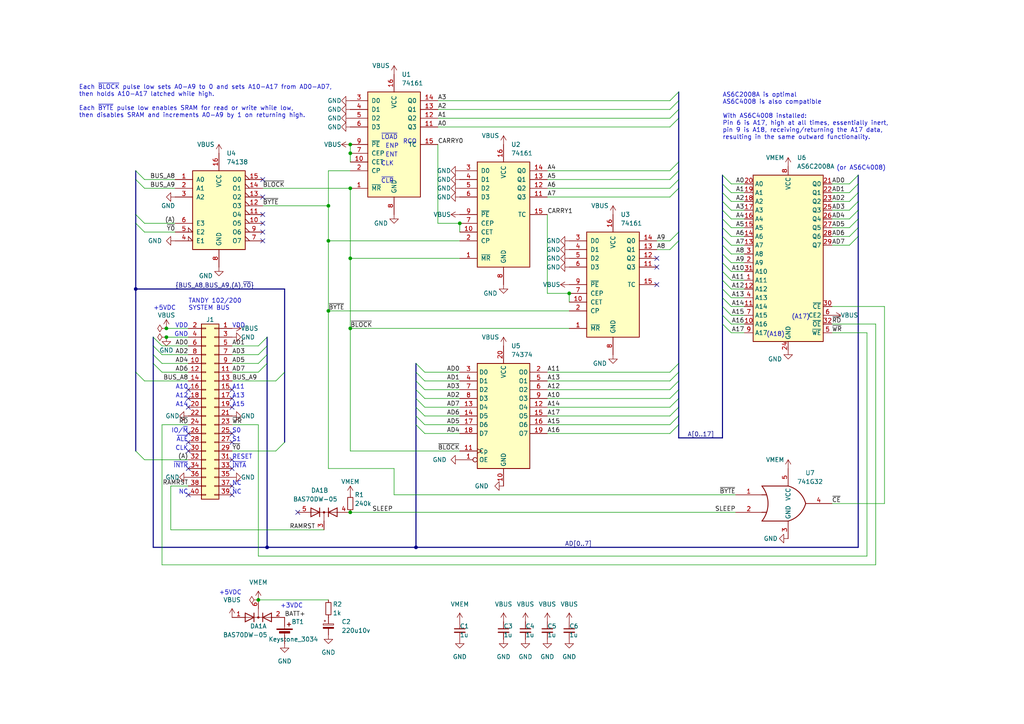
<source format=kicad_sch>
(kicad_sch (version 20230121) (generator eeschema)
  (paper "A4")
  (title_block (title "MiniNDP 256") (date "2023-11-13") (rev "012") (company "Brian K. White - b.kenyon.w@gmail.com") (comment 1 "Work-alike of NODE DATAPAC 256k"))
  (lib_symbols
    (symbol "000_LOCAL:74138" (pin_names (offset 1.016))
      (property "Reference" "U" (at -7.62 11.43 0))
      (property "Value" "74138" (at -7.62 -13.97 0))
      (symbol "74138_1_0"
        (pin input line (at -12.7 7.62 0) (length 5.08) (name "A0") (number "1"))
        (pin output output_low (at 12.7 -5.08 180) (length 5.08) (name "O5") (number "10"))
        (pin output output_low (at 12.7 -2.54 180) (length 5.08) (name "O4") (number "11"))
        (pin output output_low (at 12.7 0 180) (length 5.08) (name "O3") (number "12"))
        (pin output output_low (at 12.7 2.54 180) (length 5.08) (name "O2") (number "13"))
        (pin output output_low (at 12.7 5.08 180) (length 5.08) (name "O1") (number "14"))
        (pin output output_low (at 12.7 7.62 180) (length 5.08) (name "O0") (number "15"))
        (pin power_in line (at 0 15.24 270) (length 5.08) (name "VCC") (number "16"))
        (pin input line (at -12.7 5.08 0) (length 5.08) (name "A1") (number "2"))
        (pin input line (at -12.7 2.54 0) (length 5.08) (name "A2") (number "3"))
        (pin input input_low (at -12.7 -10.16 0) (length 5.08) (name "E1") (number "4"))
        (pin input input_low (at -12.7 -7.62 0) (length 5.08) (name "E2") (number "5"))
        (pin input line (at -12.7 -5.08 0) (length 5.08) (name "E3") (number "6"))
        (pin output output_low (at 12.7 -10.16 180) (length 5.08) (name "O7") (number "7"))
        (pin power_in line (at 0 -17.78 90) (length 5.08) (name "GND") (number "8"))
        (pin output output_low (at 12.7 -7.62 180) (length 5.08) (name "O6") (number "9"))
      )
    )
    (symbol "000_LOCAL:74161" (pin_names (offset 1.016))
      (property "Reference" "U" (at -7.62 16.51 0))
      (property "Value" "74161" (at -7.62 -16.51 0))
      (symbol "74161_1_0"
        (pin input line (at -12.7 -12.7 0) (length 5.08) (name "~{MR}") (number "1"))
        (pin input line (at -12.7 -5.08 0) (length 5.08) (name "CET") (number "10"))
        (pin output line (at 12.7 5.08 180) (length 5.08) (name "Q3") (number "11"))
        (pin output line (at 12.7 7.62 180) (length 5.08) (name "Q2") (number "12"))
        (pin output line (at 12.7 10.16 180) (length 5.08) (name "Q1") (number "13"))
        (pin output line (at 12.7 12.7 180) (length 5.08) (name "Q0") (number "14"))
        (pin output line (at 12.7 0 180) (length 5.08) (name "TC") (number "15"))
        (pin power_in line (at 0 20.32 270) (length 5.08) (name "VCC") (number "16"))
        (pin input line (at -12.7 -7.62 0) (length 5.08) (name "CP") (number "2"))
        (pin input line (at -12.7 12.7 0) (length 5.08) (name "D0") (number "3"))
        (pin input line (at -12.7 10.16 0) (length 5.08) (name "D1") (number "4"))
        (pin input line (at -12.7 7.62 0) (length 5.08) (name "D2") (number "5"))
        (pin input line (at -12.7 5.08 0) (length 5.08) (name "D3") (number "6"))
        (pin input line (at -12.7 -2.54 0) (length 5.08) (name "CEP") (number "7"))
        (pin power_in line (at 0 -20.32 90) (length 5.08) (name "GND") (number "8"))
        (pin input line (at -12.7 0 0) (length 5.08) (name "~{PE}") (number "9"))
      )
    )
    (symbol "000_LOCAL:74374"
      (property "Reference" "U" (at -7.62 16.51 0))
      (property "Value" "74374" (at -7.62 -16.51 0))
      (symbol "74374_1_0"
        (pin input inverted (at -12.7 -12.7 0) (length 5.08) (name "OE") (number "1"))
        (pin power_in line (at 0 -20.32 90) (length 5.08) (name "GND") (number "10"))
        (pin input clock (at -12.7 -10.16 0) (length 5.08) (name "Cp") (number "11"))
        (pin tri_state line (at 12.7 2.54 180) (length 5.08) (name "O4") (number "12"))
        (pin input line (at -12.7 2.54 0) (length 5.08) (name "D4") (number "13"))
        (pin input line (at -12.7 0 0) (length 5.08) (name "D5") (number "14"))
        (pin tri_state line (at 12.7 0 180) (length 5.08) (name "O5") (number "15"))
        (pin tri_state line (at 12.7 -2.54 180) (length 5.08) (name "O6") (number "16"))
        (pin input line (at -12.7 -2.54 0) (length 5.08) (name "D6") (number "17"))
        (pin input line (at -12.7 -5.08 0) (length 5.08) (name "D7") (number "18"))
        (pin tri_state line (at 12.7 -5.08 180) (length 5.08) (name "O7") (number "19"))
        (pin tri_state line (at 12.7 12.7 180) (length 5.08) (name "O0") (number "2"))
        (pin power_in line (at 0 20.32 270) (length 5.08) (name "VCC") (number "20"))
        (pin input line (at -12.7 12.7 0) (length 5.08) (name "D0") (number "3"))
        (pin input line (at -12.7 10.16 0) (length 5.08) (name "D1") (number "4"))
        (pin tri_state line (at 12.7 10.16 180) (length 5.08) (name "O1") (number "5"))
        (pin tri_state line (at 12.7 7.62 180) (length 5.08) (name "O2") (number "6"))
        (pin input line (at -12.7 7.62 0) (length 5.08) (name "D2") (number "7"))
        (pin input line (at -12.7 5.08 0) (length 5.08) (name "D3") (number "8"))
        (pin tri_state line (at 12.7 5.08 180) (length 5.08) (name "O3") (number "9"))
      )
    )
    (symbol "000_LOCAL:74LVC1G32"
      (property "Reference" "U" (at -5.08 7.62 0))
      (property "Value" "74LVC1G32" (at 7.62 -7.62 0))
      (symbol "74LVC1G32_1_1"
        (pin input line (at -15.24 2.54 0) (length 7.62) (name "~") (number "1"))
        (pin input line (at -15.24 -2.54 0) (length 7.62) (name "~") (number "2"))
        (pin power_in line (at 0 -10.16 90) (length 5.08) (name "GND") (number "3"))
        (pin output line (at 12.7 0 180) (length 7.62) (name "~") (number "4"))
        (pin power_in line (at 0 10.16 270) (length 5.08) (name "VCC") (number "5"))
      )
    )
    (symbol "000_LOCAL:AS6C2008_TSOP-I-32"
      (property "Reference" "U" (at -10.16 23.495 0))
      (property "Value" "AS6C2008_TSOP-I-32" (at 2.54 23.495 0))
      (symbol "AS6C2008_TSOP-I-32_0_0"
        (pin power_in line (at 0 -29.21 90) (length 2.54) (name "GND") (number "24"))
        (pin power_in line (at 0 24.13 270) (length 2.54) (name "VCC") (number "8"))
      )
      (symbol "AS6C2008_TSOP-I-32_1_1"
        (pin input line (at -12.7 -8.89 0) (length 2.54) (name "A11") (number "1"))
        (pin input line (at -12.7 -21.59 0) (length 2.54) (name "A16") (number "10"))
        (pin input line (at -12.7 -16.51 0) (length 2.54) (name "A14") (number "11"))
        (pin input line (at -12.7 -11.43 0) (length 2.54) (name "A12") (number "12"))
        (pin input line (at -12.7 1.27 0) (length 2.54) (name "A7") (number "13"))
        (pin input line (at -12.7 3.81 0) (length 2.54) (name "A6") (number "14"))
        (pin input line (at -12.7 6.35 0) (length 2.54) (name "A5") (number "15"))
        (pin input line (at -12.7 8.89 0) (length 2.54) (name "A4") (number "16"))
        (pin input line (at -12.7 11.43 0) (length 2.54) (name "A3") (number "17"))
        (pin input line (at -12.7 13.97 0) (length 2.54) (name "A2") (number "18"))
        (pin input line (at -12.7 16.51 0) (length 2.54) (name "A1") (number "19"))
        (pin input line (at -12.7 -3.81 0) (length 2.54) (name "A9") (number "2"))
        (pin input line (at -12.7 19.05 0) (length 2.54) (name "A0") (number "20"))
        (pin tri_state line (at 12.7 19.05 180) (length 2.54) (name "Q0") (number "21"))
        (pin tri_state line (at 12.7 16.51 180) (length 2.54) (name "Q1") (number "22"))
        (pin tri_state line (at 12.7 13.97 180) (length 2.54) (name "Q2") (number "23"))
        (pin tri_state line (at 12.7 11.43 180) (length 2.54) (name "Q3") (number "25"))
        (pin tri_state line (at 12.7 8.89 180) (length 2.54) (name "Q4") (number "26"))
        (pin tri_state line (at 12.7 6.35 180) (length 2.54) (name "Q5") (number "27"))
        (pin tri_state line (at 12.7 3.81 180) (length 2.54) (name "Q6") (number "28"))
        (pin tri_state line (at 12.7 1.27 180) (length 2.54) (name "Q7") (number "29"))
        (pin input line (at -12.7 -1.27 0) (length 2.54) (name "A8") (number "3"))
        (pin input line (at 12.7 -16.51 180) (length 2.54) (name "~{CE}") (number "30"))
        (pin input line (at -12.7 -6.35 0) (length 2.54) (name "A10") (number "31"))
        (pin input line (at 12.7 -21.59 180) (length 2.54) (name "~{OE}") (number "32"))
        (pin input line (at -12.7 -13.97 0) (length 2.54) (name "A13") (number "4"))
        (pin input line (at 12.7 -24.13 180) (length 2.54) (name "~{WE}") (number "5"))
        (pin input line (at 12.7 -19.05 180) (length 2.54) (name "CE2") (number "6"))
        (pin input line (at -12.7 -19.05 0) (length 2.54) (name "A15") (number "7"))
        (pin input line (at -12.7 -24.13 0) (length 2.54) (name "A17") (number "9"))
      )
    )
    (symbol "000_LOCAL:BAV70S" (pin_names (offset 0.762) hide)
      (property "Reference" "D" (at 0.635 -2.54 0))
      (property "Value" "BAV70S" (at 0 2.54 0))
      (symbol "BAV70S_1_1"
        (pin passive line (at -7.62 0 0) (length 3.81) (name "A") (number "1"))
        (pin passive line (at 7.62 0 180) (length 3.81) (name "A") (number "2"))
        (pin passive line (at 0 -5.08 90) (length 2.54) (name "K") (number "6"))
      )
      (symbol "BAV70S_2_1"
        (pin passive line (at 0 -5.08 90) (length 2.54) (name "K") (number "3"))
        (pin passive line (at -7.62 0 0) (length 3.81) (name "A") (number "4"))
        (pin passive line (at 7.62 0 180) (length 3.81) (name "A") (number "5"))
      )
    )
    (symbol "000_LOCAL:Battery_Cell" (pin_numbers hide) (pin_names (offset 0) hide)
      (property "Reference" "BT" (at 2.54 2.54 0))
      (property "Value" "Battery_Cell" (at 2.54 0 0))
      (symbol "Battery_Cell_1_1"
        (pin passive line (at 0 5.08 270) (length 2.54) (name "+") (number "1"))
        (pin passive line (at 0 -2.54 90) (length 2.54) (name "-") (number "2"))
      )
    )
    (symbol "000_LOCAL:C" (pin_numbers hide) (pin_names (offset 0.254) hide)
      (property "Reference" "C" (at 0.254 1.778 0))
      (property "Value" "C" (at 0.254 -2.032 0))
      (symbol "C_1_1"
        (pin passive line (at 0 2.54 270) (length 2.032) (name "~") (number "1"))
        (pin passive line (at 0 -2.54 90) (length 2.032) (name "~") (number "2"))
      )
    )
    (symbol "000_LOCAL:C_Polarized" (pin_numbers hide) (pin_names (offset 0.254) hide)
      (property "Reference" "C" (at 0.254 1.778 0))
      (property "Value" "C_Polarized_Small" (at 0.254 -2.032 0))
      (symbol "C_Polarized_1_1"
        (pin passive line (at 0 2.54 270) (length 1.8542) (name "~") (number "1"))
        (pin passive line (at 0 -2.54 90) (length 1.8542) (name "~") (number "2"))
      )
    )
    (symbol "000_LOCAL:Conn_02x20_Odd_Even" (pin_names (offset 1.016) hide)
      (property "Reference" "J" (at 1.27 25.4 0))
      (property "Value" "Conn_02x20_Odd_Even" (at 1.27 -27.94 0))
      (symbol "Conn_02x20_Odd_Even_1_1"
        (pin passive line (at -5.08 22.86 0) (length 3.81) (name "Pin_1") (number "1"))
        (pin passive line (at 7.62 12.7 180) (length 3.81) (name "Pin_10") (number "10"))
        (pin passive line (at -5.08 10.16 0) (length 3.81) (name "Pin_11") (number "11"))
        (pin passive line (at 7.62 10.16 180) (length 3.81) (name "Pin_12") (number "12"))
        (pin passive line (at -5.08 7.62 0) (length 3.81) (name "Pin_13") (number "13"))
        (pin passive line (at 7.62 7.62 180) (length 3.81) (name "Pin_14") (number "14"))
        (pin passive line (at -5.08 5.08 0) (length 3.81) (name "Pin_15") (number "15"))
        (pin passive line (at 7.62 5.08 180) (length 3.81) (name "Pin_16") (number "16"))
        (pin passive line (at -5.08 2.54 0) (length 3.81) (name "Pin_17") (number "17"))
        (pin passive line (at 7.62 2.54 180) (length 3.81) (name "Pin_18") (number "18"))
        (pin passive line (at -5.08 0 0) (length 3.81) (name "Pin_19") (number "19"))
        (pin passive line (at 7.62 22.86 180) (length 3.81) (name "Pin_2") (number "2"))
        (pin passive line (at 7.62 0 180) (length 3.81) (name "Pin_20") (number "20"))
        (pin passive line (at -5.08 -2.54 0) (length 3.81) (name "Pin_21") (number "21"))
        (pin passive line (at 7.62 -2.54 180) (length 3.81) (name "Pin_22") (number "22"))
        (pin passive line (at -5.08 -5.08 0) (length 3.81) (name "Pin_23") (number "23"))
        (pin passive line (at 7.62 -5.08 180) (length 3.81) (name "Pin_24") (number "24"))
        (pin passive line (at -5.08 -7.62 0) (length 3.81) (name "Pin_25") (number "25"))
        (pin passive line (at 7.62 -7.62 180) (length 3.81) (name "Pin_26") (number "26"))
        (pin passive line (at -5.08 -10.16 0) (length 3.81) (name "Pin_27") (number "27"))
        (pin passive line (at 7.62 -10.16 180) (length 3.81) (name "Pin_28") (number "28"))
        (pin passive line (at -5.08 -12.7 0) (length 3.81) (name "Pin_29") (number "29"))
        (pin passive line (at -5.08 20.32 0) (length 3.81) (name "Pin_3") (number "3"))
        (pin passive line (at 7.62 -12.7 180) (length 3.81) (name "Pin_30") (number "30"))
        (pin passive line (at -5.08 -15.24 0) (length 3.81) (name "Pin_31") (number "31"))
        (pin passive line (at 7.62 -15.24 180) (length 3.81) (name "Pin_32") (number "32"))
        (pin passive line (at -5.08 -17.78 0) (length 3.81) (name "Pin_33") (number "33"))
        (pin passive line (at 7.62 -17.78 180) (length 3.81) (name "Pin_34") (number "34"))
        (pin passive line (at -5.08 -20.32 0) (length 3.81) (name "Pin_35") (number "35"))
        (pin passive line (at 7.62 -20.32 180) (length 3.81) (name "Pin_36") (number "36"))
        (pin passive line (at -5.08 -22.86 0) (length 3.81) (name "Pin_37") (number "37"))
        (pin passive line (at 7.62 -22.86 180) (length 3.81) (name "Pin_38") (number "38"))
        (pin passive line (at -5.08 -25.4 0) (length 3.81) (name "Pin_39") (number "39"))
        (pin passive line (at 7.62 20.32 180) (length 3.81) (name "Pin_4") (number "4"))
        (pin passive line (at 7.62 -25.4 180) (length 3.81) (name "Pin_40") (number "40"))
        (pin passive line (at -5.08 17.78 0) (length 3.81) (name "Pin_5") (number "5"))
        (pin passive line (at 7.62 17.78 180) (length 3.81) (name "Pin_6") (number "6"))
        (pin passive line (at -5.08 15.24 0) (length 3.81) (name "Pin_7") (number "7"))
        (pin passive line (at 7.62 15.24 180) (length 3.81) (name "Pin_8") (number "8"))
        (pin passive line (at -5.08 12.7 0) (length 3.81) (name "Pin_9") (number "9"))
      )
    )
    (symbol "000_LOCAL:R" (pin_numbers hide) (pin_names (offset 0.254) hide)
      (property "Reference" "R" (at 0.762 0.508 0))
      (property "Value" "R_Small" (at 0.762 -1.016 0))
      (symbol "R_1_1"
        (pin passive line (at 0 2.54 270) (length 0.762) (name "~") (number "1"))
        (pin passive line (at 0 -2.54 90) (length 0.762) (name "~") (number "2"))
      )
    )
    (symbol "C_1" (pin_numbers hide) (pin_names (offset 0.254) hide)
      (property "Reference" "C" (at 0.254 1.778 0))
      (property "Value" "C" (at 0.254 -2.032 0))
      (symbol "C_1_1_1"
        (pin passive line (at 0 2.54 270) (length 2.032) (name "~") (number "1"))
        (pin passive line (at 0 -2.54 90) (length 2.032) (name "~") (number "2"))
      )
    )
    (symbol "power:GND" (power) (pin_names (offset 0))
      (property "Value" "GND" (at 0 -3.81 0))
      (symbol "GND_1_1"
        (pin power_in line (at 0 0 270) (length 0) hide (name "GND") (number "1"))
      )
    )
    (symbol "power:PWR_FLAG" (power) (pin_numbers hide) (pin_names (offset 0) hide)
      (property "Value" "PWR_FLAG" (at 0 3.81 0))
      (symbol "PWR_FLAG_0_0"
        (pin power_out line (at 0 0 90) (length 0) (name "pwr") (number "1"))
      )
    )
    (symbol "power:VBUS" (power) (pin_names (offset 0))
      (property "Value" "VBUS" (at 0 3.81 0))
      (symbol "VBUS_1_1"
        (pin power_in line (at 0 0 90) (length 0) hide (name "VBUS") (number "1"))
      )
    )
    (symbol "power:VMEM" (power) (pin_names (offset 0))
      (property "Value" "VMEM" (at 0 3.81 0))
      (symbol "VMEM_1_1"
        (pin power_in line (at 0 0 90) (length 0) hide (name "VMEM") (number "1"))
      )
    )
  )
  (junction (at 48.26 95.25))
  (junction (at 101.6 41.91))
  (junction (at 101.6 95.25))
  (junction (at 120.65 158.75))
  (junction (at 48.26 97.79))
  (junction (at 133.35 64.77))
  (junction (at 165.1 85.09))
  (junction (at 101.6 148.59))
  (junction (at 101.6 54.61))
  (junction (at 95.25 59.69))
  (junction (at 74.93 173.99))
  (junction (at 101.6 44.45))
  (junction (at 77.47 158.75))
  (junction (at 95.25 69.85))
  (junction (at 95.25 90.17))
  (junction (at 39.37 83.82))
  (junction (at 101.6 74.93))
  (no_connect (at 76.2 57.15))
  (no_connect (at 67.31 133.35))
  (no_connect (at 190.5 74.93))
  (no_connect (at 67.31 118.11))
  (no_connect (at 76.2 62.23))
  (no_connect (at 54.61 143.51))
  (no_connect (at 67.31 125.73))
  (no_connect (at 76.2 69.85))
  (no_connect (at 67.31 143.51))
  (no_connect (at 190.5 77.47))
  (no_connect (at 54.61 125.73))
  (no_connect (at 190.5 82.55))
  (no_connect (at 54.61 115.57))
  (no_connect (at 76.2 67.31))
  (no_connect (at 54.61 118.11))
  (no_connect (at 54.61 135.89))
  (no_connect (at 76.2 64.77))
  (no_connect (at 67.31 113.03))
  (no_connect (at 54.61 128.27))
  (no_connect (at 54.61 130.81))
  (no_connect (at 67.31 140.97))
  (no_connect (at 67.31 115.57))
  (no_connect (at 67.31 128.27))
  (no_connect (at 67.31 135.89))
  (no_connect (at 86.36 148.59))
  (no_connect (at 54.61 113.03))
  (no_connect (at 76.2 52.07))
  (bus_entry (at 194.31 72.39) (size 2.54 -2.54))
  (bus_entry (at 246.38 55.88) (size 2.54 -2.54))
  (bus_entry (at 194.31 29.21) (size 2.54 -2.54))
  (bus_entry (at 46.99 105.41) (size -2.54 -2.54))
  (bus_entry (at 194.31 36.83) (size 2.54 -2.54))
  (bus_entry (at 212.09 63.5) (size -2.54 -2.54))
  (bus_entry (at 194.31 118.11) (size 2.54 -2.54))
  (bus_entry (at 212.09 66.04) (size -2.54 -2.54))
  (bus_entry (at 212.09 76.2) (size -2.54 -2.54))
  (bus_entry (at 194.31 120.65) (size 2.54 -2.54))
  (bus_entry (at 120.65 120.65) (size 2.54 2.54))
  (bus_entry (at 39.37 62.23) (size 2.54 2.54))
  (bus_entry (at 46.99 107.95) (size -2.54 -2.54))
  (bus_entry (at 212.09 88.9) (size -2.54 -2.54))
  (bus_entry (at 46.99 100.33) (size -2.54 -2.54))
  (bus_entry (at 39.37 52.07) (size 2.54 2.54))
  (bus_entry (at 212.09 71.12) (size -2.54 -2.54))
  (bus_entry (at 212.09 68.58) (size -2.54 -2.54))
  (bus_entry (at 212.09 60.96) (size -2.54 -2.54))
  (bus_entry (at 194.31 54.61) (size 2.54 -2.54))
  (bus_entry (at 212.09 73.66) (size -2.54 -2.54))
  (bus_entry (at 212.09 81.28) (size -2.54 -2.54))
  (bus_entry (at 74.93 100.33) (size 2.54 -2.54))
  (bus_entry (at 82.55 128.27) (size -2.54 2.54))
  (bus_entry (at 194.31 113.03) (size 2.54 -2.54))
  (bus_entry (at 212.09 96.52) (size -2.54 -2.54))
  (bus_entry (at 246.38 63.5) (size 2.54 -2.54))
  (bus_entry (at 194.31 123.19) (size 2.54 -2.54))
  (bus_entry (at 212.09 55.88) (size -2.54 -2.54))
  (bus_entry (at 82.55 107.95) (size -2.54 2.54))
  (bus_entry (at 246.38 66.04) (size 2.54 -2.54))
  (bus_entry (at 120.65 123.19) (size 2.54 2.54))
  (bus_entry (at 212.09 93.98) (size -2.54 -2.54))
  (bus_entry (at 39.37 49.53) (size 2.54 2.54))
  (bus_entry (at 194.31 52.07) (size 2.54 -2.54))
  (bus_entry (at 39.37 64.77) (size 2.54 2.54))
  (bus_entry (at 212.09 78.74) (size -2.54 -2.54))
  (bus_entry (at 246.38 71.12) (size 2.54 -2.54))
  (bus_entry (at 246.38 68.58) (size 2.54 -2.54))
  (bus_entry (at 46.99 102.87) (size -2.54 -2.54))
  (bus_entry (at 74.93 107.95) (size 2.54 -2.54))
  (bus_entry (at 194.31 69.85) (size 2.54 -2.54))
  (bus_entry (at 120.65 107.95) (size 2.54 2.54))
  (bus_entry (at 194.31 110.49) (size 2.54 -2.54))
  (bus_entry (at 212.09 83.82) (size -2.54 -2.54))
  (bus_entry (at 246.38 58.42) (size 2.54 -2.54))
  (bus_entry (at 120.65 118.11) (size 2.54 2.54))
  (bus_entry (at 246.38 53.34) (size 2.54 -2.54))
  (bus_entry (at 212.09 91.44) (size -2.54 -2.54))
  (bus_entry (at 194.31 107.95) (size 2.54 -2.54))
  (bus_entry (at 212.09 86.36) (size -2.54 -2.54))
  (bus_entry (at 194.31 49.53) (size 2.54 -2.54))
  (bus_entry (at 246.38 60.96) (size 2.54 -2.54))
  (bus_entry (at 39.37 107.95) (size 2.54 2.54))
  (bus_entry (at 120.65 115.57) (size 2.54 2.54))
  (bus_entry (at 194.31 34.29) (size 2.54 -2.54))
  (bus_entry (at 120.65 105.41) (size 2.54 2.54))
  (bus_entry (at 194.31 115.57) (size 2.54 -2.54))
  (bus_entry (at 212.09 53.34) (size -2.54 -2.54))
  (bus_entry (at 74.93 102.87) (size 2.54 -2.54))
  (bus_entry (at 120.65 110.49) (size 2.54 2.54))
  (bus_entry (at 120.65 113.03) (size 2.54 2.54))
  (bus_entry (at 212.09 58.42) (size -2.54 -2.54))
  (bus_entry (at 194.31 125.73) (size 2.54 -2.54))
  (bus_entry (at 41.91 133.35) (size -2.54 -2.54))
  (bus_entry (at 194.31 57.15) (size 2.54 -2.54))
  (bus_entry (at 74.93 105.41) (size 2.54 -2.54))
  (bus_entry (at 194.31 31.75) (size 2.54 -2.54))
  (bus (pts (xy 120.65 120.65) (xy 120.65 123.19)))
  (wire (pts (xy 123.19 107.95) (xy 133.35 107.95)))
  (bus (pts (xy 209.55 86.36) (xy 209.55 88.9)))
  (wire (pts (xy 114.3 143.51) (xy 213.36 143.51)))
  (bus (pts (xy 39.37 52.07) (xy 39.37 62.23)))
  (wire (pts (xy 256.54 88.9) (xy 241.3 88.9)))
  (wire (pts (xy 101.6 41.91) (xy 101.6 44.45)))
  (wire (pts (xy 49.53 140.97) (xy 49.53 153.67)))
  (wire (pts (xy 212.09 73.66) (xy 215.9 73.66)))
  (wire (pts (xy 190.5 69.85) (xy 194.31 69.85)))
  (wire (pts (xy 101.6 74.93) (xy 133.35 74.93)))
  (wire (pts (xy 241.3 71.12) (xy 246.38 71.12)))
  (bus (pts (xy 39.37 83.82) (xy 82.55 83.82)))
  (wire (pts (xy 123.19 123.19) (xy 133.35 123.19)))
  (wire (pts (xy 212.09 58.42) (xy 215.9 58.42)))
  (wire (pts (xy 158.75 115.57) (xy 194.31 115.57)))
  (bus (pts (xy 209.55 71.12) (xy 209.55 73.66)))
  (bus (pts (xy 209.55 127) (xy 209.55 93.98)))
  (wire (pts (xy 127 29.21) (xy 194.31 29.21)))
  (wire (pts (xy 46.99 107.95) (xy 54.61 107.95)))
  (bus (pts (xy 82.55 83.82) (xy 82.55 107.95)))
  (wire (pts (xy 41.91 67.31) (xy 50.8 67.31)))
  (bus (pts (xy 209.55 53.34) (xy 209.55 55.88)))
  (bus (pts (xy 120.65 123.19) (xy 120.65 158.75)))
  (wire (pts (xy 101.6 130.81) (xy 133.35 130.81)))
  (bus (pts (xy 44.45 100.33) (xy 44.45 102.87)))
  (bus (pts (xy 120.65 158.75) (xy 248.92 158.75)))
  (wire (pts (xy 165.1 85.09) (xy 158.75 85.09)))
  (bus (pts (xy 196.85 31.75) (xy 196.85 34.29)))
  (bus (pts (xy 77.47 105.41) (xy 77.47 158.75)))
  (bus (pts (xy 196.85 34.29) (xy 196.85 46.99)))
  (wire (pts (xy 212.09 78.74) (xy 215.9 78.74)))
  (wire (pts (xy 95.25 59.69) (xy 95.25 69.85)))
  (wire (pts (xy 46.99 100.33) (xy 54.61 100.33)))
  (bus (pts (xy 39.37 62.23) (xy 39.37 64.77)))
  (bus (pts (xy 196.85 127) (xy 209.55 127)))
  (wire (pts (xy 67.31 110.49) (xy 80.01 110.49)))
  (bus (pts (xy 77.47 158.75) (xy 120.65 158.75)))
  (bus (pts (xy 196.85 52.07) (xy 196.85 54.61)))
  (bus (pts (xy 44.45 105.41) (xy 44.45 158.75)))
  (bus (pts (xy 248.92 60.96) (xy 248.92 63.5)))
  (wire (pts (xy 241.3 66.04) (xy 246.38 66.04)))
  (bus (pts (xy 196.85 115.57) (xy 196.85 118.11)))
  (wire (pts (xy 212.09 68.58) (xy 215.9 68.58)))
  (bus (pts (xy 209.55 50.8) (xy 209.55 53.34)))
  (wire (pts (xy 158.75 107.95) (xy 194.31 107.95)))
  (wire (pts (xy 212.09 55.88) (xy 215.9 55.88)))
  (wire (pts (xy 158.75 125.73) (xy 194.31 125.73)))
  (bus (pts (xy 209.55 68.58) (xy 209.55 71.12)))
  (wire (pts (xy 158.75 118.11) (xy 194.31 118.11)))
  (bus (pts (xy 196.85 123.19) (xy 196.85 127)))
  (wire (pts (xy 212.09 81.28) (xy 215.9 81.28)))
  (bus (pts (xy 209.55 66.04) (xy 209.55 68.58)))
  (wire (pts (xy 212.09 91.44) (xy 215.9 91.44)))
  (wire (pts (xy 101.6 46.99) (xy 101.6 44.45)))
  (wire (pts (xy 48.26 95.25) (xy 54.61 95.25)))
  (wire (pts (xy 251.46 96.52) (xy 251.46 161.29)))
  (wire (pts (xy 74.93 123.19) (xy 74.93 161.29)))
  (wire (pts (xy 165.1 85.09) (xy 165.1 87.63)))
  (wire (pts (xy 212.09 60.96) (xy 215.9 60.96)))
  (wire (pts (xy 95.25 90.17) (xy 95.25 135.89)))
  (bus (pts (xy 209.55 60.96) (xy 209.55 63.5)))
  (wire (pts (xy 123.19 120.65) (xy 133.35 120.65)))
  (bus (pts (xy 248.92 63.5) (xy 248.92 66.04)))
  (bus (pts (xy 209.55 73.66) (xy 209.55 76.2)))
  (wire (pts (xy 67.31 100.33) (xy 74.93 100.33)))
  (wire (pts (xy 190.5 72.39) (xy 194.31 72.39)))
  (wire (pts (xy 46.99 105.41) (xy 54.61 105.41)))
  (bus (pts (xy 39.37 107.95) (xy 39.37 130.81)))
  (bus (pts (xy 196.85 113.03) (xy 196.85 115.57)))
  (wire (pts (xy 76.2 59.69) (xy 95.25 59.69)))
  (bus (pts (xy 248.92 55.88) (xy 248.92 58.42)))
  (bus (pts (xy 196.85 107.95) (xy 196.85 110.49)))
  (bus (pts (xy 196.85 118.11) (xy 196.85 120.65)))
  (wire (pts (xy 158.75 120.65) (xy 194.31 120.65)))
  (bus (pts (xy 196.85 26.67) (xy 196.85 29.21)))
  (wire (pts (xy 212.09 88.9) (xy 215.9 88.9)))
  (bus (pts (xy 120.65 118.11) (xy 120.65 120.65)))
  (bus (pts (xy 39.37 49.53) (xy 39.37 52.07)))
  (wire (pts (xy 127 41.91) (xy 127 64.77)))
  (wire (pts (xy 127 36.83) (xy 194.31 36.83)))
  (bus (pts (xy 196.85 110.49) (xy 196.85 113.03)))
  (wire (pts (xy 76.2 54.61) (xy 101.6 54.61)))
  (bus (pts (xy 82.55 107.95) (xy 82.55 128.27)))
  (wire (pts (xy 251.46 96.52) (xy 241.3 96.52)))
  (wire (pts (xy 241.3 60.96) (xy 246.38 60.96)))
  (wire (pts (xy 123.19 110.49) (xy 133.35 110.49)))
  (wire (pts (xy 67.31 123.19) (xy 74.93 123.19)))
  (bus (pts (xy 39.37 83.82) (xy 39.37 107.95)))
  (wire (pts (xy 95.25 69.85) (xy 95.25 90.17)))
  (wire (pts (xy 212.09 53.34) (xy 215.9 53.34)))
  (wire (pts (xy 158.75 110.49) (xy 194.31 110.49)))
  (wire (pts (xy 48.26 97.79) (xy 54.61 97.79)))
  (bus (pts (xy 196.85 54.61) (xy 196.85 67.31)))
  (bus (pts (xy 120.65 105.41) (xy 120.65 107.95)))
  (bus (pts (xy 196.85 67.31) (xy 196.85 69.85)))
  (bus (pts (xy 248.92 53.34) (xy 248.92 55.88)))
  (wire (pts (xy 127 64.77) (xy 133.35 64.77)))
  (bus (pts (xy 248.92 66.04) (xy 248.92 68.58)))
  (wire (pts (xy 95.25 49.53) (xy 101.6 49.53)))
  (bus (pts (xy 209.55 63.5) (xy 209.55 66.04)))
  (wire (pts (xy 101.6 54.61) (xy 101.6 74.93)))
  (bus (pts (xy 77.47 100.33) (xy 77.47 102.87)))
  (bus (pts (xy 209.55 55.88) (xy 209.55 58.42)))
  (wire (pts (xy 95.25 90.17) (xy 165.1 90.17)))
  (wire (pts (xy 95.25 49.53) (xy 95.25 59.69)))
  (bus (pts (xy 248.92 50.8) (xy 248.92 53.34)))
  (bus (pts (xy 209.55 76.2) (xy 209.55 78.74)))
  (bus (pts (xy 77.47 102.87) (xy 77.47 105.41)))
  (wire (pts (xy 241.3 63.5) (xy 246.38 63.5)))
  (wire (pts (xy 158.75 52.07) (xy 194.31 52.07)))
  (wire (pts (xy 101.6 148.59) (xy 213.36 148.59)))
  (bus (pts (xy 209.55 88.9) (xy 209.55 91.44)))
  (wire (pts (xy 123.19 115.57) (xy 133.35 115.57)))
  (wire (pts (xy 212.09 76.2) (xy 215.9 76.2)))
  (bus (pts (xy 209.55 81.28) (xy 209.55 83.82)))
  (bus (pts (xy 120.65 113.03) (xy 120.65 115.57)))
  (bus (pts (xy 44.45 102.87) (xy 44.45 105.41)))
  (wire (pts (xy 158.75 57.15) (xy 194.31 57.15)))
  (wire (pts (xy 67.31 102.87) (xy 74.93 102.87)))
  (wire (pts (xy 158.75 85.09) (xy 158.75 62.23)))
  (wire (pts (xy 158.75 54.61) (xy 194.31 54.61)))
  (wire (pts (xy 158.75 123.19) (xy 194.31 123.19)))
  (wire (pts (xy 41.91 110.49) (xy 54.61 110.49)))
  (wire (pts (xy 212.09 63.5) (xy 215.9 63.5)))
  (wire (pts (xy 212.09 71.12) (xy 215.9 71.12)))
  (bus (pts (xy 248.92 58.42) (xy 248.92 60.96)))
  (wire (pts (xy 41.91 64.77) (xy 50.8 64.77)))
  (bus (pts (xy 196.85 49.53) (xy 196.85 52.07)))
  (bus (pts (xy 77.47 97.79) (xy 77.47 100.33)))
  (wire (pts (xy 241.3 58.42) (xy 246.38 58.42)))
  (wire (pts (xy 123.19 118.11) (xy 133.35 118.11)))
  (bus (pts (xy 209.55 91.44) (xy 209.55 93.98)))
  (wire (pts (xy 241.3 55.88) (xy 246.38 55.88)))
  (wire (pts (xy 241.3 53.34) (xy 246.38 53.34)))
  (bus (pts (xy 120.65 110.49) (xy 120.65 113.03)))
  (wire (pts (xy 212.09 93.98) (xy 215.9 93.98)))
  (bus (pts (xy 196.85 29.21) (xy 196.85 31.75)))
  (wire (pts (xy 101.6 74.93) (xy 101.6 95.25)))
  (wire (pts (xy 241.3 68.58) (xy 246.38 68.58)))
  (wire (pts (xy 46.99 123.19) (xy 46.99 163.83)))
  (wire (pts (xy 46.99 102.87) (xy 54.61 102.87)))
  (bus (pts (xy 196.85 105.41) (xy 196.85 107.95)))
  (bus (pts (xy 39.37 64.77) (xy 39.37 83.82)))
  (wire (pts (xy 67.31 107.95) (xy 74.93 107.95)))
  (bus (pts (xy 196.85 46.99) (xy 196.85 49.53)))
  (wire (pts (xy 54.61 123.19) (xy 46.99 123.19)))
  (wire (pts (xy 251.46 161.29) (xy 74.93 161.29)))
  (wire (pts (xy 256.54 88.9) (xy 256.54 146.05)))
  (wire (pts (xy 67.31 105.41) (xy 74.93 105.41)))
  (wire (pts (xy 41.91 52.07) (xy 50.8 52.07)))
  (wire (pts (xy 101.6 95.25) (xy 101.6 130.81)))
  (wire (pts (xy 95.25 69.85) (xy 133.35 69.85)))
  (bus (pts (xy 209.55 83.82) (xy 209.55 86.36)))
  (wire (pts (xy 127 31.75) (xy 194.31 31.75)))
  (wire (pts (xy 101.6 95.25) (xy 165.1 95.25)))
  (wire (pts (xy 67.31 130.81) (xy 80.01 130.81)))
  (wire (pts (xy 114.3 135.89) (xy 95.25 135.89)))
  (wire (pts (xy 74.93 173.99) (xy 95.25 173.99)))
  (wire (pts (xy 123.19 113.03) (xy 133.35 113.03)))
  (wire (pts (xy 212.09 96.52) (xy 215.9 96.52)))
  (wire (pts (xy 49.53 140.97) (xy 54.61 140.97)))
  (wire (pts (xy 127 34.29) (xy 194.31 34.29)))
  (bus (pts (xy 196.85 69.85) (xy 196.85 105.41)))
  (bus (pts (xy 120.65 115.57) (xy 120.65 118.11)))
  (wire (pts (xy 41.91 54.61) (xy 50.8 54.61)))
  (bus (pts (xy 248.92 68.58) (xy 248.92 158.75)))
  (wire (pts (xy 212.09 66.04) (xy 215.9 66.04)))
  (wire (pts (xy 158.75 49.53) (xy 194.31 49.53)))
  (bus (pts (xy 209.55 78.74) (xy 209.55 81.28)))
  (wire (pts (xy 241.3 93.98) (xy 254 93.98)))
  (wire (pts (xy 133.35 64.77) (xy 133.35 67.31)))
  (bus (pts (xy 209.55 58.42) (xy 209.55 60.96)))
  (wire (pts (xy 123.19 125.73) (xy 133.35 125.73)))
  (wire (pts (xy 254 163.83) (xy 254 93.98)))
  (wire (pts (xy 41.91 133.35) (xy 54.61 133.35)))
  (bus (pts (xy 44.45 97.79) (xy 44.45 100.33)))
  (wire (pts (xy 212.09 83.82) (xy 215.9 83.82)))
  (wire (pts (xy 158.75 113.03) (xy 194.31 113.03)))
  (wire (pts (xy 49.53 153.67) (xy 93.98 153.67)))
  (wire (pts (xy 114.3 143.51) (xy 114.3 135.89)))
  (wire (pts (xy 212.09 86.36) (xy 215.9 86.36)))
  (bus (pts (xy 120.65 107.95) (xy 120.65 110.49)))
  (bus (pts (xy 44.45 158.75) (xy 77.47 158.75)))
  (bus (pts (xy 196.85 120.65) (xy 196.85 123.19)))
  (wire (pts (xy 256.54 146.05) (xy 241.3 146.05)))
  (wire (pts (xy 46.99 163.83) (xy 254 163.83)))
  (text "(A18)" (at 222.25 97.79 0) (effects (font (size 1.27 1.27)) (justify left bottom)))
  (text "TANDY 102/200\nSYSTEM BUS" (at 54.61 90.17 0) (effects (font (size 1.27 1.27)) (justify left bottom)))
  (text "+5VDC" (at 44.45 90.17 0) (effects (font (size 1.27 1.27)) (justify left bottom)))
  (text "A15" (at 67.31 118.11 0) (effects (font (size 1.27 1.27)) (justify left bottom)))
  (text "~{INTR}" (at 54.61 135.89 0) (effects (font (size 1.27 1.27)) (justify right bottom)))
  (text "A14" (at 54.61 118.11 0) (effects (font (size 1.27 1.27)) (justify right bottom)))
  (text "~{ALE}" (at 54.61 128.27 0) (effects (font (size 1.27 1.27)) (justify right bottom)))
  (text "~{CLR}" (at 110.49 53.34 0) (effects (font (size 1.27 1.27)) (justify left bottom)))
  (text "S1" (at 67.31 128.27 0) (effects (font (size 1.27 1.27)) (justify left bottom)))
  (text "NC" (at 67.31 143.51 0) (effects (font (size 1.27 1.27)) (justify left bottom)))
  (text "NC" (at 67.31 140.97 0) (effects (font (size 1.27 1.27)) (justify left bottom)))
  (text "ENT" (at 111.76 45.72 0) (effects (font (size 1.27 1.27)) (justify left bottom)))
  (text "AS6C2008A is optimal\nAS6C4008 is also compatible\n\nWith AS6C4008 installed:\nPin 6 is A17, high at all times, essentially inert,\npin 9 is A18, receiving/returning the A17 data,\nresulting in the same outward functionality.\n" (at 209.55 40.64 0) (effects (font (size 1.27 1.27)) (justify left bottom)))
  (text "~{INTA}" (at 67.31 135.89 0) (effects (font (size 1.27 1.27)) (justify left bottom)))
  (text "CLK" (at 54.61 130.81 0) (effects (font (size 1.27 1.27)) (justify right bottom)))
  (text "GND" (at 54.61 97.79 0) (effects (font (size 1.27 1.27)) (justify right bottom)))
  (text "IO/~{M}" (at 54.61 125.73 0) (effects (font (size 1.27 1.27)) (justify right bottom)))
  (text "VDD" (at 54.61 95.25 0) (effects (font (size 1.27 1.27)) (justify right bottom)))
  (text "A10" (at 54.61 113.03 0) (effects (font (size 1.27 1.27)) (justify right bottom)))
  (text "(A17)" (at 234.95 92.71 0) (effects (font (size 1.27 1.27)) (justify right bottom)))
  (text "~{LOAD}" (at 110.49 40.64 0) (effects (font (size 1.27 1.27)) (justify left bottom)))
  (text "+3VDC" (at 81.28 176.53 0) (effects (font (size 1.27 1.27)) (justify left bottom)))
  (text "S0" (at 67.31 125.73 0) (effects (font (size 1.27 1.27)) (justify left bottom)))
  (text "RESET" (at 67.31 133.35 0) (effects (font (size 1.27 1.27)) (justify left bottom)))
  (text "CLK" (at 110.49 48.26 0) (effects (font (size 1.27 1.27)) (justify left bottom)))
  (text "Each ~{BLOCK} pulse low sets A0-A9 to 0 and sets A10-A17 from AD0-AD7,\nthen holds A10-A17 latched while high.\n\nEach ~{BYTE} pulse low enables SRAM for read or write while low,\nthen disables SRAM and increments A0-A9 by 1 on returning high.\n" (at 22.86 34.29 0) (effects (font (size 1.27 1.27)) (justify left bottom)))
  (text "ENP" (at 111.76 43.18 0) (effects (font (size 1.27 1.27)) (justify left bottom)))
  (text "NC" (at 54.61 143.51 0) (effects (font (size 1.27 1.27)) (justify right bottom)))
  (text "A11" (at 67.31 113.03 0) (effects (font (size 1.27 1.27)) (justify left bottom)))
  (text "RCO" (at 116.84 41.91 0) (effects (font (size 1.27 1.27)) (justify left bottom)))
  (text "VDD" (at 67.31 95.25 0) (effects (font (size 1.27 1.27)) (justify left bottom)))
  (text "+5VDC" (at 63.5 172.72 0) (effects (font (size 1.27 1.27)) (justify left bottom)))
  (text "A13" (at 67.31 115.57 0) (effects (font (size 1.27 1.27)) (justify left bottom)))
  (text "(or AS6C4008)" (at 242.57 49.53 0) (effects (font (size 1.27 1.27)) (justify left bottom)))
  (text "A12" (at 54.61 115.57 0) (effects (font (size 1.27 1.27)) (justify right bottom)))
  (label "BUS_A8" (at 54.61 110.49 180))
  (label "~{RD}" (at 241.3 93.98 0))
  (label "A17" (at 158.75 120.65 0))
  (label "BATT+" (at 82.55 179.07 0))
  (label "AD3" (at 67.31 102.87 0))
  (label "A5" (at 158.75 52.07 0))
  (label "A1" (at 215.9 55.88 180))
  (label "A7" (at 215.9 71.12 180))
  (label "A2" (at 127 31.75 0))
  (label "AD5" (at 133.35 123.19 180))
  (label "A13" (at 215.9 86.36 180))
  (label "AD0" (at 241.3 53.34 0))
  (label "A1" (at 127 34.29 0))
  (label "~{CE}" (at 241.3 146.05 0))
  (label "A16" (at 215.9 93.98 180))
  (label "A11" (at 158.75 107.95 0))
  (label "AD6" (at 133.35 120.65 180))
  (label "~{Y0}" (at 50.8 67.31 180))
  (label "AD1" (at 67.31 100.33 0))
  (label "A6" (at 158.75 54.61 0))
  (label "~{BLOCK}" (at 76.2 54.61 0))
  (label "A7" (at 158.75 57.15 0))
  (label "AD[0..7]" (at 163.83 158.75 0))
  (label "A9" (at 190.5 69.85 0))
  (label "AD5" (at 241.3 66.04 0))
  (label "A10" (at 158.75 115.57 0))
  (label "RAMRST" (at 54.61 140.97 180))
  (label "AD7" (at 67.31 107.95 0))
  (label "A0" (at 127 36.83 0))
  (label "AD2" (at 54.61 102.87 180))
  (label "~{Y0}" (at 67.31 130.81 0))
  (label "AD1" (at 241.3 55.88 0))
  (label "A12" (at 158.75 113.03 0))
  (label "A17" (at 215.9 96.52 180))
  (label "AD0" (at 133.35 107.95 180))
  (label "A3" (at 215.9 60.96 180))
  (label "A[0..17]" (at 199.39 127 0))
  (label "A8" (at 215.9 73.66 180))
  (label "(A)" (at 50.8 64.77 180))
  (label "RAMRST" (at 91.44 153.67 180))
  (label "AD6" (at 54.61 107.95 180))
  (label "A2" (at 215.9 58.42 180))
  (label "A15" (at 215.9 91.44 180))
  (label "A6" (at 215.9 68.58 180))
  (label "A9" (at 215.9 76.2 180))
  (label "AD4" (at 133.35 125.73 180))
  (label "AD7" (at 241.3 71.12 0))
  (label "AD4" (at 241.3 63.5 0))
  (label "AD2" (at 133.35 115.57 180))
  (label "A15" (at 158.75 123.19 0))
  (label "A13" (at 158.75 110.49 0))
  (label "A8" (at 190.5 72.39 0))
  (label "AD0" (at 54.61 100.33 180))
  (label "~{WR}" (at 241.3 96.52 0))
  (label "A16" (at 158.75 125.73 0))
  (label "A4" (at 158.75 49.53 0))
  (label "AD3" (at 241.3 60.96 0))
  (label "{BUS_A8,BUS_A9,(A),~{Y0}}" (at 50.8 83.82 0))
  (label "A3" (at 127 29.21 0))
  (label "BUS_A9" (at 50.8 54.61 180))
  (label "AD4" (at 54.61 105.41 180))
  (label "A11" (at 215.9 81.28 180))
  (label "A12" (at 215.9 83.82 180))
  (label "A0" (at 215.9 53.34 180))
  (label "~{BLOCK}" (at 133.35 130.81 180))
  (label "A14" (at 158.75 118.11 0))
  (label "A5" (at 215.9 66.04 180))
  (label "SLEEP" (at 213.36 148.59 180))
  (label "BUS_A8" (at 50.8 52.07 180))
  (label "AD2" (at 241.3 58.42 0))
  (label "AD7" (at 133.35 118.11 180))
  (label "A14" (at 215.9 88.9 180))
  (label "AD1" (at 133.35 110.49 180))
  (label "~{WR}" (at 67.31 123.19 0))
  (label "~{BYTE}" (at 213.36 143.51 180))
  (label "(A)" (at 54.61 133.35 180))
  (label "A10" (at 215.9 78.74 180))
  (label "BUS_A9" (at 67.31 110.49 0))
  (label "AD6" (at 241.3 68.58 0))
  (label "CARRY0" (at 127 41.91 0))
  (label "CARRY1" (at 158.75 62.23 0))
  (label "~{RD}" (at 54.61 123.19 180))
  (label "AD5" (at 67.31 105.41 0))
  (label "~{BLOCK}" (at 101.6 95.25 0))
  (label "~{BYTE}" (at 76.2 59.69 0))
  (label "SLEEP" (at 107.95 148.59 0))
  (label "~{BYTE}" (at 95.25 90.17 0))
  (label "A4" (at 215.9 63.5 180))
  (label "AD3" (at 133.35 113.03 180))
  (symbol (lib_id "000_LOCAL:C_Polarized") (at 95.25 181.61 0) (unit 1)
    (property "Reference" "C2" (at 99.06 180.34 0) (effects (justify left)))
    (property "Value" "220u10v" (at 99.06 182.88 0) (effects (justify left)))
    (property "Footprint" "000_LOCAL:CP_6032" (effects hide))
    (property "Datasheet" "datasheets/TAJ.odf" (effects hide))
  )
  (symbol (lib_id "000_LOCAL:AS6C2008_TSOP-I-32") (at 228.6 72.39 0) (unit 1)
    (property "Reference" "U6" (at 231.14 45.72 0) (effects (justify left)))
    (property "Value" "AS6C2008A" (at 231.14 48.26 0) (effects (justify left)))
    (property "Footprint" "000_LOCAL:TSOP32-dual" (effects hide))
    (property "Datasheet" "datasheets/AS6C4008.pdf" (effects hide))
  )
  (symbol (lib_name "C_1") (lib_id "000_LOCAL:C") (at 133.35 182.88 0) (unit 1)
    (property "Reference" "C1" (at 133.35 181.61 0) (effects (justify left)))
    (property "Value" "1u" (at 133.35 184.15 0) (effects (justify left)))
    (property "Footprint" "000_LOCAL:C_0805" (effects hide))
  )
  (symbol (lib_id "power:VBUS") (at 158.75 180.34 0) (unit 1)
    (property "Reference" "#PWR021" (effects hide))
    (property "Value" "VBUS" (at 158.75 175.26 0))
  )
  (symbol (lib_id "power:GND") (at 101.6 29.21 270) (unit 1)
    (property "Reference" "#PWR043" (effects hide))
    (property "Value" "GND" (at 99.06 29.21 90) (effects (justify right)))
  )
  (symbol (lib_id "power:GND") (at 67.31 138.43 90) (unit 1)
    (property "Reference" "#PWR08" (effects hide))
    (property "Value" "GND" (at 69.85 138.43 90) (effects (justify right)))
  )
  (symbol (lib_id "power:VMEM") (at 228.6 135.89 0) (unit 1)
    (property "Reference" "#PWR023" (effects hide))
    (property "Value" "VMEM" (at 224.79 133.35 0))
  )
  (symbol (lib_id "power:VMEM") (at 74.93 173.99 0) (unit 1)
    (property "Reference" "#PWR010" (effects hide))
    (property "Value" "VMEM" (at 74.93 168.91 0))
  )
  (symbol (lib_id "power:VBUS") (at 48.26 95.25 0) (unit 1)
    (property "Reference" "#PWR01" (effects hide))
    (property "Value" "VBUS" (at 48.26 91.44 0))
  )
  (symbol (lib_id "000_LOCAL:74374") (at 146.05 120.65 0) (unit 1)
    (property "Reference" "U5" (at 148.2441 100.33 0) (effects (justify left)))
    (property "Value" "74374" (at 148.2441 102.87 0) (effects (justify left)))
    (property "Footprint" "000_LOCAL:TSSOP-20" (effects hide))
    (property "Datasheet" "datasheets/74HC374.pdf" (effects hide))
  )
  (symbol (lib_id "000_LOCAL:Battery_Cell") (at 82.55 184.15 0) (unit 1)
    (property "Reference" "BT1" (at 86.36 180.34 0))
    (property "Value" "Keystone_3034" (at 85.09 185.42 0))
    (property "Footprint" "000_LOCAL:Keystone_3028_3034" (effects hide))
    (property "Datasheet" "datasheets/Keystone_3034.pdf" (effects hide))
  )
  (symbol (lib_id "power:GND") (at 133.35 52.07 270) (unit 1)
    (property "Reference" "#PWR048" (effects hide))
    (property "Value" "GND" (at 130.81 52.07 90) (effects (justify right)))
  )
  (symbol (lib_id "power:VBUS") (at 133.35 62.23 90) (unit 1)
    (property "Reference" "#PWR035" (effects hide))
    (property "Value" "VBUS" (at 130.81 62.23 90) (effects (justify left)))
  )
  (symbol (lib_id "power:GND") (at 63.5 77.47 0) (unit 1)
    (property "Reference" "#PWR022" (effects hide))
    (property "Value" "GND" (at 59.69 80.01 0))
  )
  (symbol (lib_id "power:GND") (at 165.1 185.42 0) (unit 1)
    (property "Reference" "#PWR031" (effects hide))
    (property "Value" "GND" (at 165.1 190.5 0))
  )
  (symbol (lib_id "power:GND") (at 54.61 120.65 270) (unit 1)
    (property "Reference" "#PWR05" (effects hide))
    (property "Value" "GND" (at 52.07 120.65 90) (effects (justify right)))
  )
  (symbol (lib_id "power:VBUS") (at 165.1 82.55 90) (unit 1)
    (property "Reference" "#PWR054" (effects hide))
    (property "Value" "VBUS" (at 162.56 82.55 90) (effects (justify left)))
  )
  (symbol (lib_id "power:VMEM") (at 228.6 48.26 0) (unit 1)
    (property "Reference" "#PWR012" (effects hide))
    (property "Value" "VMEM" (at 224.79 45.72 0))
  )
  (symbol (lib_id "power:GND") (at 50.8 57.15 270) (unit 1)
    (property "Reference" "#PWR037" (effects hide))
    (property "Value" "GND" (at 50.8 59.69 90) (effects (justify right)))
  )
  (symbol (lib_id "power:GND") (at 165.1 69.85 270) (unit 1)
    (property "Reference" "#PWR034" (effects hide))
    (property "Value" "GND" (at 162.56 69.85 90) (effects (justify right)))
  )
  (symbol (lib_id "power:PWR_FLAG") (at 48.26 95.25 90) (unit 1)
    (property "Reference" "#FLG01" (effects hide))
    (property "Value" "PWR_FLAG" (effects hide))
  )
  (symbol (lib_id "000_LOCAL:BAV70S") (at 74.93 179.07 0) (mirror x) (unit 1)
    (property "Reference" "DA1" (at 74.93 181.61 0))
    (property "Value" "BAS70DW-05" (at 71.12 184.15 0))
    (property "Footprint" "000_LOCAL:SOT-363_SC-70-6_symmetric" (effects hide))
    (property "Datasheet" "datasheets/BAS70.pdf" (effects hide))
  )
  (symbol (lib_id "power:GND") (at 82.55 186.69 0) (unit 1)
    (property "Reference" "#PWR058" (effects hide))
    (property "Value" "GND" (at 82.55 191.77 0))
  )
  (symbol (lib_id "power:GND") (at 146.05 82.55 0) (unit 1)
    (property "Reference" "#PWR019" (effects hide))
    (property "Value" "GND" (at 142.24 85.09 0))
  )
  (symbol (lib_id "000_LOCAL:74161") (at 177.8 82.55 0) (unit 1)
    (property "Reference" "U3" (at 179.9941 62.23 0) (effects (justify left)))
    (property "Value" "74161" (at 179.9941 64.77 0) (effects (justify left)))
    (property "Footprint" "000_LOCAL:TSSOP-16" (effects hide))
    (property "Datasheet" "datasheets/74HC161.pdf" (effects hide))
  )
  (symbol (lib_id "power:GND") (at 54.61 138.43 270) (unit 1)
    (property "Reference" "#PWR07" (effects hide))
    (property "Value" "GND" (at 52.07 138.43 90) (effects (justify right)))
  )
  (symbol (lib_id "power:VBUS") (at 67.31 95.25 270) (unit 1)
    (property "Reference" "#PWR042" (effects hide))
    (property "Value" "VBUS" (at 72.39 95.25 90))
  )
  (symbol (lib_id "power:GND") (at 228.6 101.6 0) (unit 1)
    (property "Reference" "#PWR057" (effects hide))
    (property "Value" "GND" (at 224.79 104.14 0))
  )
  (symbol (lib_id "power:GND") (at 48.26 97.79 0) (unit 1)
    (property "Reference" "#PWR03" (effects hide))
    (property "Value" "GND" (at 48.26 101.6 0))
  )
  (symbol (lib_id "000_LOCAL:74161") (at 114.3 41.91 0) (unit 1)
    (property "Reference" "U1" (at 116.4941 21.59 0) (effects (justify left)))
    (property "Value" "74161" (at 116.4941 24.13 0) (effects (justify left)))
    (property "Footprint" "000_LOCAL:TSSOP-16" (effects hide))
    (property "Datasheet" "datasheets/74HC161.pdf" (effects hide))
  )
  (symbol (lib_id "000_LOCAL:BAV70S") (at 93.98 148.59 0) (mirror y) (unit 2)
    (property "Reference" "DA1" (at 92.71 142.24 0))
    (property "Value" "BAS70DW-05" (at 91.44 144.78 0))
    (property "Footprint" "000_LOCAL:SOT-363_SC-70-6_symmetric" (effects hide))
    (property "Datasheet" "datasheets/BAS70.pdf" (effects hide))
  )
  (symbol (lib_id "power:VMEM") (at 133.35 180.34 0) (unit 1)
    (property "Reference" "#PWR055" (effects hide))
    (property "Value" "VMEM" (at 133.35 175.26 0))
  )
  (symbol (lib_id "000_LOCAL:74138") (at 63.5 59.69 0) (unit 1)
    (property "Reference" "U4" (at 65.6941 44.45 0) (effects (justify left)))
    (property "Value" "74138" (at 65.6941 46.99 0) (effects (justify left)))
    (property "Footprint" "000_LOCAL:TSSOP-16" (effects hide))
    (property "Datasheet" "datasheets/74HC138.pdf" (effects hide))
  )
  (symbol (lib_id "power:GND") (at 133.35 54.61 270) (unit 1)
    (property "Reference" "#PWR049" (effects hide))
    (property "Value" "GND" (at 130.81 54.61 90) (effects (justify right)))
  )
  (symbol (lib_id "000_LOCAL:C") (at 146.05 182.88 0) (unit 1)
    (property "Reference" "C3" (at 146.05 181.61 0) (effects (justify left)))
    (property "Value" "1u" (at 146.05 184.15 0) (effects (justify left)))
    (property "Footprint" "000_LOCAL:C_0805" (effects hide))
  )
  (symbol (lib_id "power:GND") (at 146.05 185.42 0) (unit 1)
    (property "Reference" "#PWR029" (effects hide))
    (property "Value" "GND" (at 146.05 190.5 0))
  )
  (symbol (lib_id "power:PWR_FLAG") (at 48.26 97.79 90) (unit 1)
    (property "Reference" "#FLG03" (effects hide))
    (property "Value" "PWR_FLAG" (effects hide))
  )
  (symbol (lib_id "000_LOCAL:74161") (at 146.05 62.23 0) (unit 1)
    (property "Reference" "U2" (at 148.2441 41.91 0) (effects (justify left)))
    (property "Value" "74161" (at 148.2441 44.45 0) (effects (justify left)))
    (property "Footprint" "000_LOCAL:TSSOP-16" (effects hide))
    (property "Datasheet" "datasheets/74HC161.pdf" (effects hide))
  )
  (symbol (lib_id "000_LOCAL:74LVC1G32") (at 228.6 146.05 0) (unit 1)
    (property "Reference" "U7" (at 234.95 137.16 0))
    (property "Value" "741G32" (at 234.95 139.7 0))
    (property "Footprint" "000_LOCAL:SOT-353_SC-70-5" (effects hide))
    (property "Datasheet" "datasheets/74LVC1G32.pdf" (effects hide))
  )
  (symbol (lib_id "power:GND") (at 101.6 31.75 270) (unit 1)
    (property "Reference" "#PWR044" (effects hide))
    (property "Value" "GND" (at 99.06 31.75 90) (effects (justify right)))
  )
  (symbol (lib_id "power:GND") (at 67.31 120.65 90) (unit 1)
    (property "Reference" "#PWR06" (effects hide))
    (property "Value" "GND" (at 69.85 120.65 90) (effects (justify right)))
  )
  (symbol (lib_id "power:VMEM") (at 101.6 143.51 0) (unit 1)
    (property "Reference" "#PWR014" (effects hide))
    (property "Value" "VMEM" (at 101.6 139.7 0))
  )
  (symbol (lib_id "000_LOCAL:C") (at 158.75 182.88 0) (unit 1)
    (property "Reference" "C5" (at 158.75 181.61 0) (effects (justify left)))
    (property "Value" "1u" (at 158.75 184.15 0) (effects (justify left)))
    (property "Footprint" "000_LOCAL:C_0805" (effects hide))
  )
  (symbol (lib_id "power:VBUS") (at 101.6 41.91 90) (unit 1)
    (property "Reference" "#PWR036" (effects hide))
    (property "Value" "VBUS" (at 99.06 41.91 90) (effects (justify left)))
  )
  (symbol (lib_id "power:GND") (at 50.8 69.85 270) (unit 1)
    (property "Reference" "#PWR038" (effects hide))
    (property "Value" "GND" (at 46.99 69.85 90) (effects (justify right)))
  )
  (symbol (lib_id "power:GND") (at 114.3 62.23 0) (unit 1)
    (property "Reference" "#PWR020" (effects hide))
    (property "Value" "GND" (at 110.49 64.77 0))
  )
  (symbol (lib_id "power:VBUS") (at 165.1 180.34 0) (unit 1)
    (property "Reference" "#PWR030" (effects hide))
    (property "Value" "VBUS" (at 165.1 175.26 0))
  )
  (symbol (lib_id "000_LOCAL:R") (at 101.6 146.05 0) (unit 1)
    (property "Reference" "R1" (at 102.87 143.51 0) (effects (justify left)))
    (property "Value" "240k" (at 102.87 146.05 0) (effects (justify left)))
    (property "Footprint" "000_LOCAL:R_0805" (effects hide))
  )
  (symbol (lib_id "power:GND") (at 67.31 97.79 90) (unit 1)
    (property "Reference" "#PWR04" (effects hide))
    (property "Value" "GND" (at 69.85 97.79 90) (effects (justify right)))
  )
  (symbol (lib_id "power:GND") (at 158.75 185.42 0) (unit 1)
    (property "Reference" "#PWR041" (effects hide))
    (property "Value" "GND" (at 158.75 190.5 0))
  )
  (symbol (lib_id "power:PWR_FLAG") (at 74.93 173.99 90) (unit 1)
    (property "Reference" "#FLG02" (effects hide))
    (property "Value" "PWR_FLAG" (effects hide))
  )
  (symbol (lib_id "power:VBUS") (at 67.31 179.07 0) (unit 1)
    (property "Reference" "#PWR09" (effects hide))
    (property "Value" "VBUS" (at 67.31 173.99 0))
  )
  (symbol (lib_id "power:VBUS") (at 177.8 62.23 0) (unit 1)
    (property "Reference" "#PWR02" (effects hide))
    (property "Value" "VBUS" (at 173.99 59.69 0))
  )
  (symbol (lib_id "power:VBUS") (at 146.05 180.34 0) (unit 1)
    (property "Reference" "#PWR025" (effects hide))
    (property "Value" "VBUS" (at 146.05 175.26 0))
  )
  (symbol (lib_id "power:GND") (at 177.8 102.87 0) (unit 1)
    (property "Reference" "#PWR018" (effects hide))
    (property "Value" "GND" (at 173.99 105.41 0))
  )
  (symbol (lib_id "000_LOCAL:R") (at 95.25 176.53 0) (unit 1)
    (property "Reference" "R2" (at 96.52 175.26 0) (effects (justify left)))
    (property "Value" "1k" (at 96.52 177.8 0) (effects (justify left)))
    (property "Footprint" "000_LOCAL:R_0805" (effects hide))
  )
  (symbol (lib_id "000_LOCAL:Conn_02x20_Odd_Even") (at 62.23 118.11 0) (mirror y) (unit 1)
    (property "Reference" "J1" (at 60.96 92.71 0))
    (property "Value" "Conn_02x20_Odd_Even" (effects hide))
    (property "Footprint" "000_LOCAL:IDC-Header_2x20_P2.54mm_Vertical" (effects hide))
    (property "Datasheet" "datasheets/2x20_male_boxed.pdf" (effects hide))
  )
  (symbol (lib_id "power:GND") (at 165.1 72.39 270) (unit 1)
    (property "Reference" "#PWR051" (effects hide))
    (property "Value" "GND" (at 162.56 72.39 90) (effects (justify right)))
  )
  (symbol (lib_id "power:VBUS") (at 146.05 100.33 0) (unit 1)
    (property "Reference" "#PWR032" (effects hide))
    (property "Value" "VBUS" (at 142.24 97.79 0))
  )
  (symbol (lib_id "power:GND") (at 165.1 77.47 270) (unit 1)
    (property "Reference" "#PWR053" (effects hide))
    (property "Value" "GND" (at 162.56 77.47 90) (effects (justify right)))
  )
  (symbol (lib_id "power:GND") (at 133.35 185.42 0) (unit 1)
    (property "Reference" "#PWR056" (effects hide))
    (property "Value" "GND" (at 133.35 190.5 0))
  )
  (symbol (lib_id "power:GND") (at 228.6 156.21 270) (unit 1)
    (property "Reference" "#PWR015" (effects hide))
    (property "Value" "GND" (at 223.52 156.21 90))
  )
  (symbol (lib_id "power:GND") (at 95.25 184.15 0) (unit 1)
    (property "Reference" "#PWR028" (effects hide))
    (property "Value" "GND" (at 95.25 189.23 0))
  )
  (symbol (lib_id "power:GND") (at 101.6 36.83 270) (unit 1)
    (property "Reference" "#PWR046" (effects hide))
    (property "Value" "GND" (at 99.06 36.83 90) (effects (justify right)))
  )
  (symbol (lib_id "power:GND") (at 152.4 185.42 0) (unit 1)
    (property "Reference" "#PWR026" (effects hide))
    (property "Value" "GND" (at 152.4 190.5 0))
  )
  (symbol (lib_id "power:VBUS") (at 63.5 44.45 0) (unit 1)
    (property "Reference" "#PWR033" (effects hide))
    (property "Value" "VBUS" (at 59.69 41.91 0))
  )
  (symbol (lib_id "power:GND") (at 133.35 57.15 270) (unit 1)
    (property "Reference" "#PWR050" (effects hide))
    (property "Value" "GND" (at 130.81 57.15 90) (effects (justify right)))
  )
  (symbol (lib_id "power:GND") (at 101.6 34.29 270) (unit 1)
    (property "Reference" "#PWR045" (effects hide))
    (property "Value" "GND" (at 99.06 34.29 90) (effects (justify right)))
  )
  (symbol (lib_id "power:VBUS") (at 114.3 21.59 0) (unit 1)
    (property "Reference" "#PWR017" (effects hide))
    (property "Value" "VBUS" (at 110.49 19.05 0))
  )
  (symbol (lib_id "power:GND") (at 146.05 140.97 270) (unit 1)
    (property "Reference" "#PWR011" (effects hide))
    (property "Value" "GND" (at 139.7 140.97 90))
  )
  (symbol (lib_id "power:GND") (at 133.35 49.53 270) (unit 1)
    (property "Reference" "#PWR047" (effects hide))
    (property "Value" "GND" (at 130.81 49.53 90) (effects (justify right)))
  )
  (symbol (lib_id "power:VBUS") (at 241.3 91.44 270) (unit 1)
    (property "Reference" "#PWR024" (effects hide))
    (property "Value" "VBUS" (at 246.38 91.44 90))
  )
  (symbol (lib_id "000_LOCAL:C") (at 152.4 182.88 0) (unit 1)
    (property "Reference" "C4" (at 152.4 181.61 0) (effects (justify left)))
    (property "Value" "1u" (at 152.4 184.15 0) (effects (justify left)))
    (property "Footprint" "000_LOCAL:C_0805" (effects hide))
  )
  (symbol (lib_id "power:VBUS") (at 152.4 180.34 0) (unit 1)
    (property "Reference" "#PWR013" (effects hide))
    (property "Value" "VBUS" (at 152.4 175.26 0))
  )
  (symbol (lib_id "power:GND") (at 133.35 133.35 270) (unit 1)
    (property "Reference" "#PWR039" (effects hide))
    (property "Value" "GND" (at 129.54 133.35 90) (effects (justify right)))
  )
  (symbol (lib_id "000_LOCAL:C") (at 165.1 182.88 0) (unit 1)
    (property "Reference" "C6" (at 165.1 181.61 0) (effects (justify left)))
    (property "Value" "1u" (at 165.1 184.15 0) (effects (justify left)))
    (property "Footprint" "000_LOCAL:C_0805" (effects hide))
  )
  (symbol (lib_id "power:GND") (at 165.1 74.93 270) (unit 1)
    (property "Reference" "#PWR052" (effects hide))
    (property "Value" "GND" (at 162.56 74.93 90) (effects (justify right)))
  )
  (symbol (lib_id "power:VBUS") (at 146.05 41.91 0) (unit 1)
    (property "Reference" "#PWR016" (effects hide))
    (property "Value" "VBUS" (at 142.24 39.37 0))
  )
)
</source>
